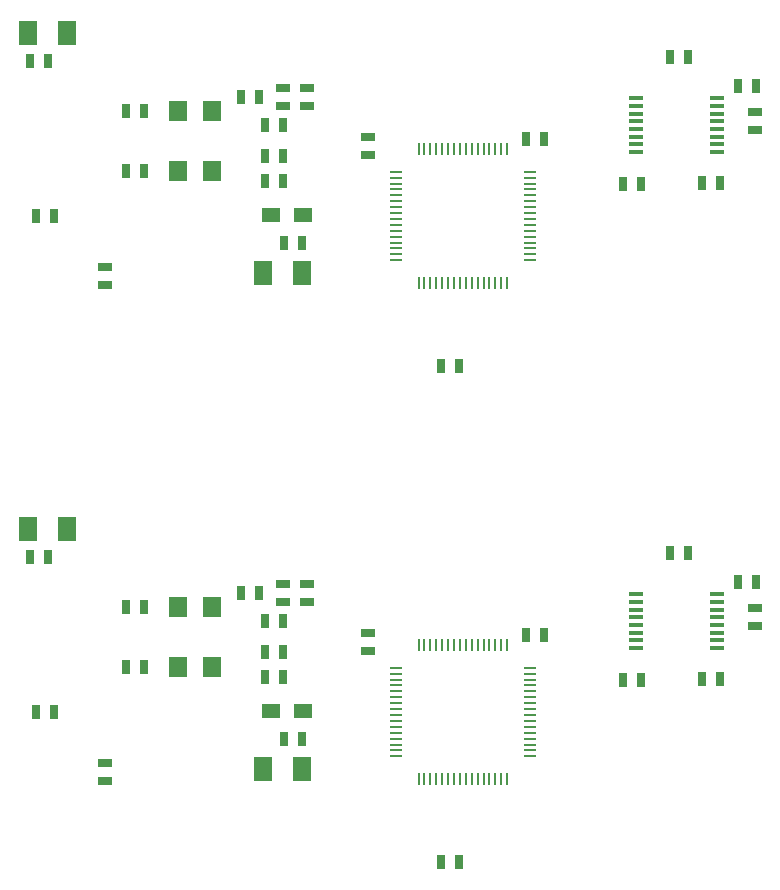
<source format=gtp>
G04 #@! TF.FileFunction,Paste,Top*
%FSLAX46Y46*%
G04 Gerber Fmt 4.6, Leading zero omitted, Abs format (unit mm)*
G04 Created by KiCad (PCBNEW 4.0.7-e2-6376~58~ubuntu14.04.1) date Fri Jan 19 14:59:29 2018*
%MOMM*%
%LPD*%
G01*
G04 APERTURE LIST*
%ADD10C,0.100000*%
%ADD11R,1.200000X0.400000*%
%ADD12R,0.635000X1.143000*%
%ADD13R,1.000000X0.250000*%
%ADD14R,0.250000X1.000000*%
%ADD15R,1.143000X0.635000*%
%ADD16R,1.500000X1.300000*%
%ADD17R,1.597660X1.800860*%
%ADD18R,1.524000X2.032000*%
G04 APERTURE END LIST*
D10*
D11*
X175050000Y-49075000D03*
X175050000Y-48425000D03*
X175050000Y-47775000D03*
X175050000Y-47125000D03*
X175050000Y-46475000D03*
X175050000Y-45825000D03*
X175050000Y-45175000D03*
X175050000Y-44525000D03*
X168150000Y-44525000D03*
X168150000Y-45175000D03*
X168150000Y-45825000D03*
X168150000Y-46475000D03*
X168150000Y-47125000D03*
X168150000Y-47775000D03*
X168150000Y-48425000D03*
X168150000Y-49075000D03*
D12*
X158838000Y-48000000D03*
X160362000Y-48000000D03*
X153162000Y-67200000D03*
X151638000Y-67200000D03*
X117348000Y-54520000D03*
X118872000Y-54520000D03*
D13*
X147800000Y-50750000D03*
X147800000Y-51250000D03*
X147800000Y-51750000D03*
X147800000Y-52250000D03*
X147800000Y-52750000D03*
X147800000Y-53250000D03*
X147800000Y-53750000D03*
X147800000Y-54250000D03*
X147800000Y-54750000D03*
X147800000Y-55250000D03*
X147800000Y-55750000D03*
X147800000Y-56250000D03*
X147800000Y-56750000D03*
X147800000Y-57250000D03*
X147800000Y-57750000D03*
X147800000Y-58250000D03*
D14*
X149750000Y-60200000D03*
X150250000Y-60200000D03*
X150750000Y-60200000D03*
X151250000Y-60200000D03*
X151750000Y-60200000D03*
X152250000Y-60200000D03*
X152750000Y-60200000D03*
X153250000Y-60200000D03*
X153750000Y-60200000D03*
X154250000Y-60200000D03*
X154750000Y-60200000D03*
X155250000Y-60200000D03*
X155750000Y-60200000D03*
X156250000Y-60200000D03*
X156750000Y-60200000D03*
X157250000Y-60200000D03*
D13*
X159200000Y-58250000D03*
X159200000Y-57750000D03*
X159200000Y-57250000D03*
X159200000Y-56750000D03*
X159200000Y-56250000D03*
X159200000Y-55750000D03*
X159200000Y-55250000D03*
X159200000Y-54750000D03*
X159200000Y-54250000D03*
X159200000Y-53750000D03*
X159200000Y-53250000D03*
X159200000Y-52750000D03*
X159200000Y-52250000D03*
X159200000Y-51750000D03*
X159200000Y-51250000D03*
X159200000Y-50750000D03*
D14*
X157250000Y-48800000D03*
X156750000Y-48800000D03*
X156250000Y-48800000D03*
X155750000Y-48800000D03*
X155250000Y-48800000D03*
X154750000Y-48800000D03*
X154250000Y-48800000D03*
X153750000Y-48800000D03*
X153250000Y-48800000D03*
X152750000Y-48800000D03*
X152250000Y-48800000D03*
X151750000Y-48800000D03*
X151250000Y-48800000D03*
X150750000Y-48800000D03*
X150250000Y-48800000D03*
X149750000Y-48800000D03*
D12*
X124968000Y-45630000D03*
X126492000Y-45630000D03*
X134738000Y-44400000D03*
X136262000Y-44400000D03*
D15*
X123190000Y-58838000D03*
X123190000Y-60362000D03*
D12*
X126492000Y-50710000D03*
X124968000Y-50710000D03*
D16*
X137250000Y-54400000D03*
X139950000Y-54400000D03*
D17*
X132229860Y-45630000D03*
X129390140Y-45630000D03*
X132229860Y-50710000D03*
X129390140Y-50710000D03*
D12*
X178362000Y-43500000D03*
X176838000Y-43500000D03*
X171038000Y-41000000D03*
X172562000Y-41000000D03*
D15*
X178250000Y-45688000D03*
X178250000Y-47212000D03*
D12*
X167038000Y-51800000D03*
X168562000Y-51800000D03*
X175262000Y-51700000D03*
X173738000Y-51700000D03*
D15*
X138300000Y-43638000D03*
X138300000Y-45162000D03*
X140300000Y-45162000D03*
X140300000Y-43638000D03*
X145500000Y-49362000D03*
X145500000Y-47838000D03*
D12*
X118362000Y-41400000D03*
X116838000Y-41400000D03*
X138338000Y-56800000D03*
X139862000Y-56800000D03*
D18*
X116649000Y-39000000D03*
X119951000Y-39000000D03*
X139851000Y-59300000D03*
X136549000Y-59300000D03*
D12*
X138262000Y-51500000D03*
X136738000Y-51500000D03*
X136738000Y-46800000D03*
X138262000Y-46800000D03*
X136738000Y-49400000D03*
X138262000Y-49400000D03*
X136738000Y-91400000D03*
X138262000Y-91400000D03*
X136738000Y-88800000D03*
X138262000Y-88800000D03*
X138262000Y-93500000D03*
X136738000Y-93500000D03*
D18*
X139851000Y-101300000D03*
X136549000Y-101300000D03*
X116649000Y-81000000D03*
X119951000Y-81000000D03*
D12*
X138338000Y-98800000D03*
X139862000Y-98800000D03*
X118362000Y-83400000D03*
X116838000Y-83400000D03*
D15*
X145500000Y-91362000D03*
X145500000Y-89838000D03*
X140300000Y-87162000D03*
X140300000Y-85638000D03*
X138300000Y-85638000D03*
X138300000Y-87162000D03*
D12*
X175262000Y-93700000D03*
X173738000Y-93700000D03*
X167038000Y-93800000D03*
X168562000Y-93800000D03*
D15*
X178250000Y-87688000D03*
X178250000Y-89212000D03*
D12*
X171038000Y-83000000D03*
X172562000Y-83000000D03*
X178362000Y-85500000D03*
X176838000Y-85500000D03*
D17*
X132229860Y-92710000D03*
X129390140Y-92710000D03*
X132229860Y-87630000D03*
X129390140Y-87630000D03*
D16*
X137250000Y-96400000D03*
X139950000Y-96400000D03*
D12*
X126492000Y-92710000D03*
X124968000Y-92710000D03*
D15*
X123190000Y-100838000D03*
X123190000Y-102362000D03*
D12*
X134738000Y-86400000D03*
X136262000Y-86400000D03*
X124968000Y-87630000D03*
X126492000Y-87630000D03*
D13*
X147800000Y-92750000D03*
X147800000Y-93250000D03*
X147800000Y-93750000D03*
X147800000Y-94250000D03*
X147800000Y-94750000D03*
X147800000Y-95250000D03*
X147800000Y-95750000D03*
X147800000Y-96250000D03*
X147800000Y-96750000D03*
X147800000Y-97250000D03*
X147800000Y-97750000D03*
X147800000Y-98250000D03*
X147800000Y-98750000D03*
X147800000Y-99250000D03*
X147800000Y-99750000D03*
X147800000Y-100250000D03*
D14*
X149750000Y-102200000D03*
X150250000Y-102200000D03*
X150750000Y-102200000D03*
X151250000Y-102200000D03*
X151750000Y-102200000D03*
X152250000Y-102200000D03*
X152750000Y-102200000D03*
X153250000Y-102200000D03*
X153750000Y-102200000D03*
X154250000Y-102200000D03*
X154750000Y-102200000D03*
X155250000Y-102200000D03*
X155750000Y-102200000D03*
X156250000Y-102200000D03*
X156750000Y-102200000D03*
X157250000Y-102200000D03*
D13*
X159200000Y-100250000D03*
X159200000Y-99750000D03*
X159200000Y-99250000D03*
X159200000Y-98750000D03*
X159200000Y-98250000D03*
X159200000Y-97750000D03*
X159200000Y-97250000D03*
X159200000Y-96750000D03*
X159200000Y-96250000D03*
X159200000Y-95750000D03*
X159200000Y-95250000D03*
X159200000Y-94750000D03*
X159200000Y-94250000D03*
X159200000Y-93750000D03*
X159200000Y-93250000D03*
X159200000Y-92750000D03*
D14*
X157250000Y-90800000D03*
X156750000Y-90800000D03*
X156250000Y-90800000D03*
X155750000Y-90800000D03*
X155250000Y-90800000D03*
X154750000Y-90800000D03*
X154250000Y-90800000D03*
X153750000Y-90800000D03*
X153250000Y-90800000D03*
X152750000Y-90800000D03*
X152250000Y-90800000D03*
X151750000Y-90800000D03*
X151250000Y-90800000D03*
X150750000Y-90800000D03*
X150250000Y-90800000D03*
X149750000Y-90800000D03*
D12*
X117348000Y-96520000D03*
X118872000Y-96520000D03*
X153162000Y-109200000D03*
X151638000Y-109200000D03*
X158838000Y-90000000D03*
X160362000Y-90000000D03*
D11*
X175050000Y-91075000D03*
X175050000Y-90425000D03*
X175050000Y-89775000D03*
X175050000Y-89125000D03*
X175050000Y-88475000D03*
X175050000Y-87825000D03*
X175050000Y-87175000D03*
X175050000Y-86525000D03*
X168150000Y-86525000D03*
X168150000Y-87175000D03*
X168150000Y-87825000D03*
X168150000Y-88475000D03*
X168150000Y-89125000D03*
X168150000Y-89775000D03*
X168150000Y-90425000D03*
X168150000Y-91075000D03*
M02*

</source>
